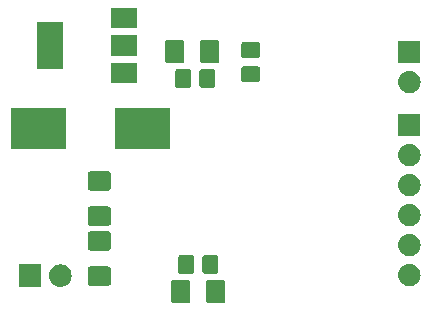
<source format=gbr>
G04 #@! TF.GenerationSoftware,KiCad,Pcbnew,(5.0.2)-1*
G04 #@! TF.CreationDate,2019-10-30T16:47:08+01:00*
G04 #@! TF.ProjectId,pcb_thesis,7063625f-7468-4657-9369-732e6b696361,rev?*
G04 #@! TF.SameCoordinates,Original*
G04 #@! TF.FileFunction,Soldermask,Bot*
G04 #@! TF.FilePolarity,Negative*
%FSLAX46Y46*%
G04 Gerber Fmt 4.6, Leading zero omitted, Abs format (unit mm)*
G04 Created by KiCad (PCBNEW (5.0.2)-1) date 30.10.2019 16:47:08*
%MOMM*%
%LPD*%
G01*
G04 APERTURE LIST*
%ADD10C,0.100000*%
G04 APERTURE END LIST*
D10*
G36*
X142089724Y-84373512D02*
X142127868Y-84385083D01*
X142163020Y-84403872D01*
X142193837Y-84429163D01*
X142219128Y-84459980D01*
X142237917Y-84495132D01*
X142249488Y-84533276D01*
X142254000Y-84579089D01*
X142254000Y-86108911D01*
X142249488Y-86154724D01*
X142237917Y-86192868D01*
X142219128Y-86228020D01*
X142193837Y-86258837D01*
X142163020Y-86284128D01*
X142127868Y-86302917D01*
X142089724Y-86314488D01*
X142043911Y-86319000D01*
X140839089Y-86319000D01*
X140793276Y-86314488D01*
X140755132Y-86302917D01*
X140719980Y-86284128D01*
X140689163Y-86258837D01*
X140663872Y-86228020D01*
X140645083Y-86192868D01*
X140633512Y-86154724D01*
X140629000Y-86108911D01*
X140629000Y-84579089D01*
X140633512Y-84533276D01*
X140645083Y-84495132D01*
X140663872Y-84459980D01*
X140689163Y-84429163D01*
X140719980Y-84403872D01*
X140755132Y-84385083D01*
X140793276Y-84373512D01*
X140839089Y-84369000D01*
X142043911Y-84369000D01*
X142089724Y-84373512D01*
X142089724Y-84373512D01*
G37*
G36*
X139114724Y-84373512D02*
X139152868Y-84385083D01*
X139188020Y-84403872D01*
X139218837Y-84429163D01*
X139244128Y-84459980D01*
X139262917Y-84495132D01*
X139274488Y-84533276D01*
X139279000Y-84579089D01*
X139279000Y-86108911D01*
X139274488Y-86154724D01*
X139262917Y-86192868D01*
X139244128Y-86228020D01*
X139218837Y-86258837D01*
X139188020Y-86284128D01*
X139152868Y-86302917D01*
X139114724Y-86314488D01*
X139068911Y-86319000D01*
X137864089Y-86319000D01*
X137818276Y-86314488D01*
X137780132Y-86302917D01*
X137744980Y-86284128D01*
X137714163Y-86258837D01*
X137688872Y-86228020D01*
X137670083Y-86192868D01*
X137658512Y-86154724D01*
X137654000Y-86108911D01*
X137654000Y-84579089D01*
X137658512Y-84533276D01*
X137670083Y-84495132D01*
X137688872Y-84459980D01*
X137714163Y-84429163D01*
X137744980Y-84403872D01*
X137780132Y-84385083D01*
X137818276Y-84373512D01*
X137864089Y-84369000D01*
X139068911Y-84369000D01*
X139114724Y-84373512D01*
X139114724Y-84373512D01*
G37*
G36*
X126680000Y-84950000D02*
X124780000Y-84950000D01*
X124780000Y-83050000D01*
X126680000Y-83050000D01*
X126680000Y-84950000D01*
X126680000Y-84950000D01*
G37*
G36*
X128386448Y-83056873D02*
X128456232Y-83063746D01*
X128545770Y-83090907D01*
X128635309Y-83118068D01*
X128800347Y-83206283D01*
X128945001Y-83324999D01*
X129063717Y-83469653D01*
X129151932Y-83634691D01*
X129151932Y-83634692D01*
X129206254Y-83813768D01*
X129224596Y-84000000D01*
X129211179Y-84136232D01*
X129206254Y-84186231D01*
X129151932Y-84365309D01*
X129063717Y-84530347D01*
X128945001Y-84675001D01*
X128800347Y-84793717D01*
X128635309Y-84881932D01*
X128575746Y-84900000D01*
X128456232Y-84936254D01*
X128386448Y-84943127D01*
X128316666Y-84950000D01*
X128223334Y-84950000D01*
X128153552Y-84943127D01*
X128083768Y-84936254D01*
X127964254Y-84900000D01*
X127904691Y-84881932D01*
X127739653Y-84793717D01*
X127594999Y-84675001D01*
X127476283Y-84530347D01*
X127388068Y-84365309D01*
X127333746Y-84186231D01*
X127328822Y-84136232D01*
X127315404Y-84000000D01*
X127333746Y-83813768D01*
X127388068Y-83634692D01*
X127388068Y-83634691D01*
X127476283Y-83469653D01*
X127594999Y-83324999D01*
X127739653Y-83206283D01*
X127904691Y-83118068D01*
X127994230Y-83090907D01*
X128083768Y-83063746D01*
X128153552Y-83056873D01*
X128223334Y-83050000D01*
X128316666Y-83050000D01*
X128386448Y-83056873D01*
X128386448Y-83056873D01*
G37*
G36*
X157936448Y-83006873D02*
X158006232Y-83013746D01*
X158095770Y-83040907D01*
X158185309Y-83068068D01*
X158350347Y-83156283D01*
X158495001Y-83274999D01*
X158613717Y-83419653D01*
X158701932Y-83584691D01*
X158701932Y-83584692D01*
X158756254Y-83763768D01*
X158765055Y-83853126D01*
X158774596Y-83950000D01*
X158756254Y-84136231D01*
X158701932Y-84315309D01*
X158613717Y-84480347D01*
X158495001Y-84625001D01*
X158350347Y-84743717D01*
X158185309Y-84831932D01*
X158140620Y-84845488D01*
X158006232Y-84886254D01*
X157866666Y-84900000D01*
X157773334Y-84900000D01*
X157633768Y-84886254D01*
X157499380Y-84845488D01*
X157454691Y-84831932D01*
X157289653Y-84743717D01*
X157144999Y-84625001D01*
X157026283Y-84480347D01*
X156938068Y-84315309D01*
X156883746Y-84136231D01*
X156865404Y-83950000D01*
X156874945Y-83853126D01*
X156883746Y-83763768D01*
X156938068Y-83584692D01*
X156938068Y-83584691D01*
X157026283Y-83419653D01*
X157144999Y-83274999D01*
X157289653Y-83156283D01*
X157454691Y-83068068D01*
X157544230Y-83040907D01*
X157633768Y-83013746D01*
X157703552Y-83006873D01*
X157773334Y-83000000D01*
X157866666Y-83000000D01*
X157936448Y-83006873D01*
X157936448Y-83006873D01*
G37*
G36*
X132382724Y-83229512D02*
X132420868Y-83241083D01*
X132456020Y-83259872D01*
X132486837Y-83285163D01*
X132512128Y-83315980D01*
X132530917Y-83351132D01*
X132542488Y-83389276D01*
X132547000Y-83435089D01*
X132547000Y-84639911D01*
X132542488Y-84685724D01*
X132530917Y-84723868D01*
X132512128Y-84759020D01*
X132486837Y-84789837D01*
X132456020Y-84815128D01*
X132420868Y-84833917D01*
X132382724Y-84845488D01*
X132336911Y-84850000D01*
X130807089Y-84850000D01*
X130761276Y-84845488D01*
X130723132Y-84833917D01*
X130687980Y-84815128D01*
X130657163Y-84789837D01*
X130631872Y-84759020D01*
X130613083Y-84723868D01*
X130601512Y-84685724D01*
X130597000Y-84639911D01*
X130597000Y-83435089D01*
X130601512Y-83389276D01*
X130613083Y-83351132D01*
X130631872Y-83315980D01*
X130657163Y-83285163D01*
X130687980Y-83259872D01*
X130723132Y-83241083D01*
X130761276Y-83229512D01*
X130807089Y-83225000D01*
X132336911Y-83225000D01*
X132382724Y-83229512D01*
X132382724Y-83229512D01*
G37*
G36*
X139424527Y-82262874D02*
X139466216Y-82275521D01*
X139504630Y-82296053D01*
X139538308Y-82323692D01*
X139565947Y-82357370D01*
X139586479Y-82395784D01*
X139599126Y-82437473D01*
X139604000Y-82486964D01*
X139604000Y-83629036D01*
X139599126Y-83678527D01*
X139586479Y-83720216D01*
X139565947Y-83758630D01*
X139538308Y-83792308D01*
X139504630Y-83819947D01*
X139466216Y-83840479D01*
X139424527Y-83853126D01*
X139375036Y-83858000D01*
X138482964Y-83858000D01*
X138433473Y-83853126D01*
X138391784Y-83840479D01*
X138353370Y-83819947D01*
X138319692Y-83792308D01*
X138292053Y-83758630D01*
X138271521Y-83720216D01*
X138258874Y-83678527D01*
X138254000Y-83629036D01*
X138254000Y-82486964D01*
X138258874Y-82437473D01*
X138271521Y-82395784D01*
X138292053Y-82357370D01*
X138319692Y-82323692D01*
X138353370Y-82296053D01*
X138391784Y-82275521D01*
X138433473Y-82262874D01*
X138482964Y-82258000D01*
X139375036Y-82258000D01*
X139424527Y-82262874D01*
X139424527Y-82262874D01*
G37*
G36*
X141474527Y-82262874D02*
X141516216Y-82275521D01*
X141554630Y-82296053D01*
X141588308Y-82323692D01*
X141615947Y-82357370D01*
X141636479Y-82395784D01*
X141649126Y-82437473D01*
X141654000Y-82486964D01*
X141654000Y-83629036D01*
X141649126Y-83678527D01*
X141636479Y-83720216D01*
X141615947Y-83758630D01*
X141588308Y-83792308D01*
X141554630Y-83819947D01*
X141516216Y-83840479D01*
X141474527Y-83853126D01*
X141425036Y-83858000D01*
X140532964Y-83858000D01*
X140483473Y-83853126D01*
X140441784Y-83840479D01*
X140403370Y-83819947D01*
X140369692Y-83792308D01*
X140342053Y-83758630D01*
X140321521Y-83720216D01*
X140308874Y-83678527D01*
X140304000Y-83629036D01*
X140304000Y-82486964D01*
X140308874Y-82437473D01*
X140321521Y-82395784D01*
X140342053Y-82357370D01*
X140369692Y-82323692D01*
X140403370Y-82296053D01*
X140441784Y-82275521D01*
X140483473Y-82262874D01*
X140532964Y-82258000D01*
X141425036Y-82258000D01*
X141474527Y-82262874D01*
X141474527Y-82262874D01*
G37*
G36*
X157936448Y-80466873D02*
X158006232Y-80473746D01*
X158095770Y-80500907D01*
X158185309Y-80528068D01*
X158350347Y-80616283D01*
X158495001Y-80734999D01*
X158613717Y-80879653D01*
X158701932Y-81044691D01*
X158756254Y-81223769D01*
X158774596Y-81410000D01*
X158756254Y-81596231D01*
X158701932Y-81775309D01*
X158613717Y-81940347D01*
X158495001Y-82085001D01*
X158350347Y-82203717D01*
X158185309Y-82291932D01*
X158134119Y-82307460D01*
X158006232Y-82346254D01*
X157866666Y-82360000D01*
X157773334Y-82360000D01*
X157633768Y-82346254D01*
X157505881Y-82307460D01*
X157454691Y-82291932D01*
X157289653Y-82203717D01*
X157144999Y-82085001D01*
X157026283Y-81940347D01*
X156938068Y-81775309D01*
X156883746Y-81596231D01*
X156865404Y-81410000D01*
X156883746Y-81223769D01*
X156938068Y-81044691D01*
X157026283Y-80879653D01*
X157144999Y-80734999D01*
X157289653Y-80616283D01*
X157454691Y-80528068D01*
X157544230Y-80500907D01*
X157633768Y-80473746D01*
X157703552Y-80466873D01*
X157773334Y-80460000D01*
X157866666Y-80460000D01*
X157936448Y-80466873D01*
X157936448Y-80466873D01*
G37*
G36*
X132382724Y-80254512D02*
X132420868Y-80266083D01*
X132456020Y-80284872D01*
X132486837Y-80310163D01*
X132512128Y-80340980D01*
X132530917Y-80376132D01*
X132542488Y-80414276D01*
X132547000Y-80460089D01*
X132547000Y-81664911D01*
X132542488Y-81710724D01*
X132530917Y-81748868D01*
X132512128Y-81784020D01*
X132486837Y-81814837D01*
X132456020Y-81840128D01*
X132420868Y-81858917D01*
X132382724Y-81870488D01*
X132336911Y-81875000D01*
X130807089Y-81875000D01*
X130761276Y-81870488D01*
X130723132Y-81858917D01*
X130687980Y-81840128D01*
X130657163Y-81814837D01*
X130631872Y-81784020D01*
X130613083Y-81748868D01*
X130601512Y-81710724D01*
X130597000Y-81664911D01*
X130597000Y-80460089D01*
X130601512Y-80414276D01*
X130613083Y-80376132D01*
X130631872Y-80340980D01*
X130657163Y-80310163D01*
X130687980Y-80284872D01*
X130723132Y-80266083D01*
X130761276Y-80254512D01*
X130807089Y-80250000D01*
X132336911Y-80250000D01*
X132382724Y-80254512D01*
X132382724Y-80254512D01*
G37*
G36*
X158006232Y-77933746D02*
X158095770Y-77960907D01*
X158185309Y-77988068D01*
X158350347Y-78076283D01*
X158495001Y-78194999D01*
X158613717Y-78339653D01*
X158701932Y-78504691D01*
X158756254Y-78683769D01*
X158774596Y-78870000D01*
X158756254Y-79056231D01*
X158701932Y-79235309D01*
X158613717Y-79400347D01*
X158495001Y-79545001D01*
X158350347Y-79663717D01*
X158185309Y-79751932D01*
X158140620Y-79765488D01*
X158006232Y-79806254D01*
X157866666Y-79820000D01*
X157773334Y-79820000D01*
X157633768Y-79806254D01*
X157499380Y-79765488D01*
X157454691Y-79751932D01*
X157289653Y-79663717D01*
X157144999Y-79545001D01*
X157026283Y-79400347D01*
X156938068Y-79235309D01*
X156883746Y-79056231D01*
X156865404Y-78870000D01*
X156883746Y-78683769D01*
X156938068Y-78504691D01*
X157026283Y-78339653D01*
X157144999Y-78194999D01*
X157289653Y-78076283D01*
X157454691Y-77988068D01*
X157544230Y-77960907D01*
X157633768Y-77933746D01*
X157773334Y-77920000D01*
X157866666Y-77920000D01*
X158006232Y-77933746D01*
X158006232Y-77933746D01*
G37*
G36*
X132382724Y-78149512D02*
X132420868Y-78161083D01*
X132456020Y-78179872D01*
X132486837Y-78205163D01*
X132512128Y-78235980D01*
X132530917Y-78271132D01*
X132542488Y-78309276D01*
X132547000Y-78355089D01*
X132547000Y-79559911D01*
X132542488Y-79605724D01*
X132530917Y-79643868D01*
X132512128Y-79679020D01*
X132486837Y-79709837D01*
X132456020Y-79735128D01*
X132420868Y-79753917D01*
X132382724Y-79765488D01*
X132336911Y-79770000D01*
X130807089Y-79770000D01*
X130761276Y-79765488D01*
X130723132Y-79753917D01*
X130687980Y-79735128D01*
X130657163Y-79709837D01*
X130631872Y-79679020D01*
X130613083Y-79643868D01*
X130601512Y-79605724D01*
X130597000Y-79559911D01*
X130597000Y-78355089D01*
X130601512Y-78309276D01*
X130613083Y-78271132D01*
X130631872Y-78235980D01*
X130657163Y-78205163D01*
X130687980Y-78179872D01*
X130723132Y-78161083D01*
X130761276Y-78149512D01*
X130807089Y-78145000D01*
X132336911Y-78145000D01*
X132382724Y-78149512D01*
X132382724Y-78149512D01*
G37*
G36*
X158006232Y-75393746D02*
X158095770Y-75420907D01*
X158185309Y-75448068D01*
X158350347Y-75536283D01*
X158495001Y-75654999D01*
X158613717Y-75799653D01*
X158701932Y-75964691D01*
X158756254Y-76143769D01*
X158774596Y-76330000D01*
X158756254Y-76516231D01*
X158701932Y-76695309D01*
X158613717Y-76860347D01*
X158495001Y-77005001D01*
X158350347Y-77123717D01*
X158185309Y-77211932D01*
X158095770Y-77239093D01*
X158006232Y-77266254D01*
X157866666Y-77280000D01*
X157773334Y-77280000D01*
X157633768Y-77266254D01*
X157544230Y-77239093D01*
X157454691Y-77211932D01*
X157289653Y-77123717D01*
X157144999Y-77005001D01*
X157026283Y-76860347D01*
X156938068Y-76695309D01*
X156883746Y-76516231D01*
X156865404Y-76330000D01*
X156883746Y-76143769D01*
X156938068Y-75964691D01*
X157026283Y-75799653D01*
X157144999Y-75654999D01*
X157289653Y-75536283D01*
X157454691Y-75448068D01*
X157544230Y-75420907D01*
X157633768Y-75393746D01*
X157773334Y-75380000D01*
X157866666Y-75380000D01*
X158006232Y-75393746D01*
X158006232Y-75393746D01*
G37*
G36*
X132382724Y-75174512D02*
X132420868Y-75186083D01*
X132456020Y-75204872D01*
X132486837Y-75230163D01*
X132512128Y-75260980D01*
X132530917Y-75296132D01*
X132542488Y-75334276D01*
X132547000Y-75380089D01*
X132547000Y-76584911D01*
X132542488Y-76630724D01*
X132530917Y-76668868D01*
X132512128Y-76704020D01*
X132486837Y-76734837D01*
X132456020Y-76760128D01*
X132420868Y-76778917D01*
X132382724Y-76790488D01*
X132336911Y-76795000D01*
X130807089Y-76795000D01*
X130761276Y-76790488D01*
X130723132Y-76778917D01*
X130687980Y-76760128D01*
X130657163Y-76734837D01*
X130631872Y-76704020D01*
X130613083Y-76668868D01*
X130601512Y-76630724D01*
X130597000Y-76584911D01*
X130597000Y-75380089D01*
X130601512Y-75334276D01*
X130613083Y-75296132D01*
X130631872Y-75260980D01*
X130657163Y-75230163D01*
X130687980Y-75204872D01*
X130723132Y-75186083D01*
X130761276Y-75174512D01*
X130807089Y-75170000D01*
X132336911Y-75170000D01*
X132382724Y-75174512D01*
X132382724Y-75174512D01*
G37*
G36*
X158006232Y-72853746D02*
X158095770Y-72880907D01*
X158185309Y-72908068D01*
X158350347Y-72996283D01*
X158495001Y-73114999D01*
X158613717Y-73259653D01*
X158701932Y-73424691D01*
X158756254Y-73603769D01*
X158774596Y-73790000D01*
X158756254Y-73976231D01*
X158701932Y-74155309D01*
X158613717Y-74320347D01*
X158495001Y-74465001D01*
X158350347Y-74583717D01*
X158185309Y-74671932D01*
X158095770Y-74699093D01*
X158006232Y-74726254D01*
X157866666Y-74740000D01*
X157773334Y-74740000D01*
X157633768Y-74726254D01*
X157544230Y-74699093D01*
X157454691Y-74671932D01*
X157289653Y-74583717D01*
X157144999Y-74465001D01*
X157026283Y-74320347D01*
X156938068Y-74155309D01*
X156883746Y-73976231D01*
X156865404Y-73790000D01*
X156883746Y-73603769D01*
X156938068Y-73424691D01*
X157026283Y-73259653D01*
X157144999Y-73114999D01*
X157289653Y-72996283D01*
X157454691Y-72908068D01*
X157544230Y-72880907D01*
X157633768Y-72853746D01*
X157773334Y-72840000D01*
X157866666Y-72840000D01*
X158006232Y-72853746D01*
X158006232Y-72853746D01*
G37*
G36*
X137590000Y-73290000D02*
X132890000Y-73290000D01*
X132890000Y-69790000D01*
X137590000Y-69790000D01*
X137590000Y-73290000D01*
X137590000Y-73290000D01*
G37*
G36*
X128790000Y-73290000D02*
X124090000Y-73290000D01*
X124090000Y-69790000D01*
X128790000Y-69790000D01*
X128790000Y-73290000D01*
X128790000Y-73290000D01*
G37*
G36*
X158770000Y-72200000D02*
X156870000Y-72200000D01*
X156870000Y-70300000D01*
X158770000Y-70300000D01*
X158770000Y-72200000D01*
X158770000Y-72200000D01*
G37*
G36*
X157936448Y-66666873D02*
X158006232Y-66673746D01*
X158095770Y-66700907D01*
X158185309Y-66728068D01*
X158350347Y-66816283D01*
X158495001Y-66934999D01*
X158613717Y-67079653D01*
X158701932Y-67244691D01*
X158756254Y-67423769D01*
X158774596Y-67610000D01*
X158756254Y-67796231D01*
X158701932Y-67975309D01*
X158613717Y-68140347D01*
X158495001Y-68285001D01*
X158350347Y-68403717D01*
X158185309Y-68491932D01*
X158095770Y-68519093D01*
X158006232Y-68546254D01*
X157866666Y-68560000D01*
X157773334Y-68560000D01*
X157633768Y-68546254D01*
X157544230Y-68519093D01*
X157454691Y-68491932D01*
X157289653Y-68403717D01*
X157144999Y-68285001D01*
X157026283Y-68140347D01*
X156938068Y-67975309D01*
X156883746Y-67796231D01*
X156865404Y-67610000D01*
X156883746Y-67423769D01*
X156938068Y-67244691D01*
X157026283Y-67079653D01*
X157144999Y-66934999D01*
X157289653Y-66816283D01*
X157454691Y-66728068D01*
X157544230Y-66700907D01*
X157633768Y-66673746D01*
X157703552Y-66666873D01*
X157773334Y-66660000D01*
X157866666Y-66660000D01*
X157936448Y-66666873D01*
X157936448Y-66666873D01*
G37*
G36*
X139170527Y-66514874D02*
X139212216Y-66527521D01*
X139250630Y-66548053D01*
X139284308Y-66575692D01*
X139311947Y-66609370D01*
X139332479Y-66647784D01*
X139345126Y-66689473D01*
X139350000Y-66738964D01*
X139350000Y-67881036D01*
X139345126Y-67930527D01*
X139332479Y-67972216D01*
X139311947Y-68010630D01*
X139284308Y-68044308D01*
X139250630Y-68071947D01*
X139212216Y-68092479D01*
X139170527Y-68105126D01*
X139121036Y-68110000D01*
X138228964Y-68110000D01*
X138179473Y-68105126D01*
X138137784Y-68092479D01*
X138099370Y-68071947D01*
X138065692Y-68044308D01*
X138038053Y-68010630D01*
X138017521Y-67972216D01*
X138004874Y-67930527D01*
X138000000Y-67881036D01*
X138000000Y-66738964D01*
X138004874Y-66689473D01*
X138017521Y-66647784D01*
X138038053Y-66609370D01*
X138065692Y-66575692D01*
X138099370Y-66548053D01*
X138137784Y-66527521D01*
X138179473Y-66514874D01*
X138228964Y-66510000D01*
X139121036Y-66510000D01*
X139170527Y-66514874D01*
X139170527Y-66514874D01*
G37*
G36*
X141220527Y-66514874D02*
X141262216Y-66527521D01*
X141300630Y-66548053D01*
X141334308Y-66575692D01*
X141361947Y-66609370D01*
X141382479Y-66647784D01*
X141395126Y-66689473D01*
X141400000Y-66738964D01*
X141400000Y-67881036D01*
X141395126Y-67930527D01*
X141382479Y-67972216D01*
X141361947Y-68010630D01*
X141334308Y-68044308D01*
X141300630Y-68071947D01*
X141262216Y-68092479D01*
X141220527Y-68105126D01*
X141171036Y-68110000D01*
X140278964Y-68110000D01*
X140229473Y-68105126D01*
X140187784Y-68092479D01*
X140149370Y-68071947D01*
X140115692Y-68044308D01*
X140088053Y-68010630D01*
X140067521Y-67972216D01*
X140054874Y-67930527D01*
X140050000Y-67881036D01*
X140050000Y-66738964D01*
X140054874Y-66689473D01*
X140067521Y-66647784D01*
X140088053Y-66609370D01*
X140115692Y-66575692D01*
X140149370Y-66548053D01*
X140187784Y-66527521D01*
X140229473Y-66514874D01*
X140278964Y-66510000D01*
X141171036Y-66510000D01*
X141220527Y-66514874D01*
X141220527Y-66514874D01*
G37*
G36*
X134806000Y-67666000D02*
X132606000Y-67666000D01*
X132606000Y-65966000D01*
X134806000Y-65966000D01*
X134806000Y-67666000D01*
X134806000Y-67666000D01*
G37*
G36*
X145000527Y-66264874D02*
X145042216Y-66277521D01*
X145080630Y-66298053D01*
X145114308Y-66325692D01*
X145141947Y-66359370D01*
X145162479Y-66397784D01*
X145175126Y-66439473D01*
X145180000Y-66488964D01*
X145180000Y-67381036D01*
X145175126Y-67430527D01*
X145162479Y-67472216D01*
X145141947Y-67510630D01*
X145114308Y-67544308D01*
X145080630Y-67571947D01*
X145042216Y-67592479D01*
X145000527Y-67605126D01*
X144951036Y-67610000D01*
X143808964Y-67610000D01*
X143759473Y-67605126D01*
X143717784Y-67592479D01*
X143679370Y-67571947D01*
X143645692Y-67544308D01*
X143618053Y-67510630D01*
X143597521Y-67472216D01*
X143584874Y-67430527D01*
X143580000Y-67381036D01*
X143580000Y-66488964D01*
X143584874Y-66439473D01*
X143597521Y-66397784D01*
X143618053Y-66359370D01*
X143645692Y-66325692D01*
X143679370Y-66298053D01*
X143717784Y-66277521D01*
X143759473Y-66264874D01*
X143808964Y-66260000D01*
X144951036Y-66260000D01*
X145000527Y-66264874D01*
X145000527Y-66264874D01*
G37*
G36*
X128506000Y-66516000D02*
X126306000Y-66516000D01*
X126306000Y-62516000D01*
X128506000Y-62516000D01*
X128506000Y-66516000D01*
X128506000Y-66516000D01*
G37*
G36*
X158770000Y-66020000D02*
X156870000Y-66020000D01*
X156870000Y-64120000D01*
X158770000Y-64120000D01*
X158770000Y-66020000D01*
X158770000Y-66020000D01*
G37*
G36*
X141581724Y-64053512D02*
X141619868Y-64065083D01*
X141655020Y-64083872D01*
X141685837Y-64109163D01*
X141711128Y-64139980D01*
X141729917Y-64175132D01*
X141741488Y-64213276D01*
X141746000Y-64259089D01*
X141746000Y-65788911D01*
X141741488Y-65834724D01*
X141729917Y-65872868D01*
X141711128Y-65908020D01*
X141685837Y-65938837D01*
X141655020Y-65964128D01*
X141619868Y-65982917D01*
X141581724Y-65994488D01*
X141535911Y-65999000D01*
X140331089Y-65999000D01*
X140285276Y-65994488D01*
X140247132Y-65982917D01*
X140211980Y-65964128D01*
X140181163Y-65938837D01*
X140155872Y-65908020D01*
X140137083Y-65872868D01*
X140125512Y-65834724D01*
X140121000Y-65788911D01*
X140121000Y-64259089D01*
X140125512Y-64213276D01*
X140137083Y-64175132D01*
X140155872Y-64139980D01*
X140181163Y-64109163D01*
X140211980Y-64083872D01*
X140247132Y-64065083D01*
X140285276Y-64053512D01*
X140331089Y-64049000D01*
X141535911Y-64049000D01*
X141581724Y-64053512D01*
X141581724Y-64053512D01*
G37*
G36*
X138606724Y-64053512D02*
X138644868Y-64065083D01*
X138680020Y-64083872D01*
X138710837Y-64109163D01*
X138736128Y-64139980D01*
X138754917Y-64175132D01*
X138766488Y-64213276D01*
X138771000Y-64259089D01*
X138771000Y-65788911D01*
X138766488Y-65834724D01*
X138754917Y-65872868D01*
X138736128Y-65908020D01*
X138710837Y-65938837D01*
X138680020Y-65964128D01*
X138644868Y-65982917D01*
X138606724Y-65994488D01*
X138560911Y-65999000D01*
X137356089Y-65999000D01*
X137310276Y-65994488D01*
X137272132Y-65982917D01*
X137236980Y-65964128D01*
X137206163Y-65938837D01*
X137180872Y-65908020D01*
X137162083Y-65872868D01*
X137150512Y-65834724D01*
X137146000Y-65788911D01*
X137146000Y-64259089D01*
X137150512Y-64213276D01*
X137162083Y-64175132D01*
X137180872Y-64139980D01*
X137206163Y-64109163D01*
X137236980Y-64083872D01*
X137272132Y-64065083D01*
X137310276Y-64053512D01*
X137356089Y-64049000D01*
X138560911Y-64049000D01*
X138606724Y-64053512D01*
X138606724Y-64053512D01*
G37*
G36*
X145000527Y-64214874D02*
X145042216Y-64227521D01*
X145080630Y-64248053D01*
X145114308Y-64275692D01*
X145141947Y-64309370D01*
X145162479Y-64347784D01*
X145175126Y-64389473D01*
X145180000Y-64438964D01*
X145180000Y-65331036D01*
X145175126Y-65380527D01*
X145162479Y-65422216D01*
X145141947Y-65460630D01*
X145114308Y-65494308D01*
X145080630Y-65521947D01*
X145042216Y-65542479D01*
X145000527Y-65555126D01*
X144951036Y-65560000D01*
X143808964Y-65560000D01*
X143759473Y-65555126D01*
X143717784Y-65542479D01*
X143679370Y-65521947D01*
X143645692Y-65494308D01*
X143618053Y-65460630D01*
X143597521Y-65422216D01*
X143584874Y-65380527D01*
X143580000Y-65331036D01*
X143580000Y-64438964D01*
X143584874Y-64389473D01*
X143597521Y-64347784D01*
X143618053Y-64309370D01*
X143645692Y-64275692D01*
X143679370Y-64248053D01*
X143717784Y-64227521D01*
X143759473Y-64214874D01*
X143808964Y-64210000D01*
X144951036Y-64210000D01*
X145000527Y-64214874D01*
X145000527Y-64214874D01*
G37*
G36*
X134806000Y-65366000D02*
X132606000Y-65366000D01*
X132606000Y-63666000D01*
X134806000Y-63666000D01*
X134806000Y-65366000D01*
X134806000Y-65366000D01*
G37*
G36*
X134806000Y-63066000D02*
X132606000Y-63066000D01*
X132606000Y-61366000D01*
X134806000Y-61366000D01*
X134806000Y-63066000D01*
X134806000Y-63066000D01*
G37*
M02*

</source>
